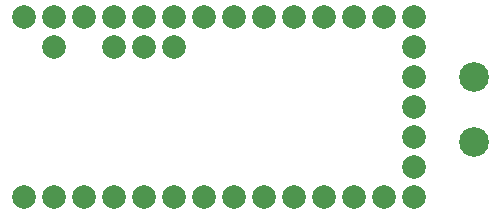
<source format=gbr>
G04 EAGLE Gerber RS-274X export*
G75*
%MOMM*%
%FSLAX34Y34*%
%LPD*%
%AMOC8*
5,1,8,0,0,1.08239X$1,22.5*%
G01*
%ADD10C,2.006600*%
%ADD11C,2.527000*%


D10*
X342900Y165100D03*
X317500Y165100D03*
X292100Y165100D03*
X266700Y165100D03*
X241300Y165100D03*
X215900Y165100D03*
X190500Y165100D03*
X165100Y165100D03*
X139700Y165100D03*
X114300Y165100D03*
X88900Y165100D03*
X63500Y165100D03*
X38100Y165100D03*
X12700Y165100D03*
X342900Y12700D03*
X317500Y12700D03*
X292100Y12700D03*
X266700Y12700D03*
X241300Y12700D03*
X215900Y12700D03*
X190500Y12700D03*
X165100Y12700D03*
X139700Y12700D03*
X114300Y12700D03*
X88900Y12700D03*
X63500Y12700D03*
X38100Y12700D03*
X12700Y12700D03*
X342900Y139700D03*
X342900Y114300D03*
X342900Y88900D03*
X342900Y63500D03*
X342900Y38100D03*
X139700Y139700D03*
X114300Y139700D03*
X88900Y139700D03*
X38100Y139700D03*
D11*
X393700Y59300D03*
X393700Y114300D03*
M02*

</source>
